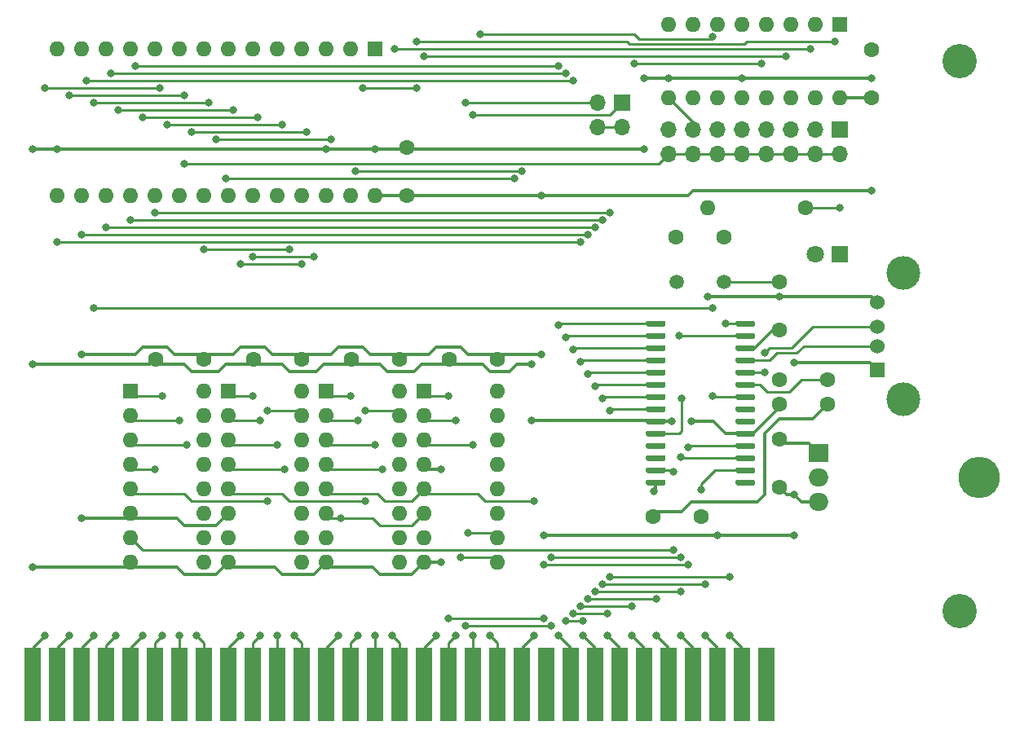
<source format=gbr>
G04 #@! TF.GenerationSoftware,KiCad,Pcbnew,(5.1.8)-1*
G04 #@! TF.CreationDate,2023-05-28T04:51:13-06:00*
G04 #@! TF.ProjectId,CH376S ISA,43483337-3653-4204-9953-412e6b696361,rev?*
G04 #@! TF.SameCoordinates,Original*
G04 #@! TF.FileFunction,Copper,L1,Top*
G04 #@! TF.FilePolarity,Positive*
%FSLAX46Y46*%
G04 Gerber Fmt 4.6, Leading zero omitted, Abs format (unit mm)*
G04 Created by KiCad (PCBNEW (5.1.8)-1) date 2023-05-28 04:51:13*
%MOMM*%
%LPD*%
G01*
G04 APERTURE LIST*
G04 #@! TA.AperFunction,ComponentPad*
%ADD10O,1.700000X1.700000*%
G04 #@! TD*
G04 #@! TA.AperFunction,ComponentPad*
%ADD11R,1.700000X1.700000*%
G04 #@! TD*
G04 #@! TA.AperFunction,ComponentPad*
%ADD12O,1.600000X1.600000*%
G04 #@! TD*
G04 #@! TA.AperFunction,ComponentPad*
%ADD13R,1.600000X1.600000*%
G04 #@! TD*
G04 #@! TA.AperFunction,ComponentPad*
%ADD14C,1.600000*%
G04 #@! TD*
G04 #@! TA.AperFunction,ComponentPad*
%ADD15C,3.556000*%
G04 #@! TD*
G04 #@! TA.AperFunction,ConnectorPad*
%ADD16R,1.780000X7.620000*%
G04 #@! TD*
G04 #@! TA.AperFunction,ComponentPad*
%ADD17O,2.000000X1.905000*%
G04 #@! TD*
G04 #@! TA.AperFunction,ComponentPad*
%ADD18R,2.000000X1.905000*%
G04 #@! TD*
G04 #@! TA.AperFunction,ComponentPad*
%ADD19O,4.318000X4.318000*%
G04 #@! TD*
G04 #@! TA.AperFunction,ComponentPad*
%ADD20C,1.524000*%
G04 #@! TD*
G04 #@! TA.AperFunction,ComponentPad*
%ADD21R,1.524000X1.524000*%
G04 #@! TD*
G04 #@! TA.AperFunction,ComponentPad*
%ADD22C,3.500000*%
G04 #@! TD*
G04 #@! TA.AperFunction,ComponentPad*
%ADD23C,1.500000*%
G04 #@! TD*
G04 #@! TA.AperFunction,ComponentPad*
%ADD24C,1.800000*%
G04 #@! TD*
G04 #@! TA.AperFunction,ComponentPad*
%ADD25R,1.800000X1.800000*%
G04 #@! TD*
G04 #@! TA.AperFunction,ViaPad*
%ADD26C,0.800000*%
G04 #@! TD*
G04 #@! TA.AperFunction,Conductor*
%ADD27C,0.330200*%
G04 #@! TD*
G04 #@! TA.AperFunction,Conductor*
%ADD28C,0.250000*%
G04 #@! TD*
G04 APERTURE END LIST*
D10*
G04 #@! TO.P,J3,4*
G04 #@! TO.N,/ROM_CS_E_D*
X160274000Y-91948000D03*
G04 #@! TO.P,J3,3*
G04 #@! TO.N,/ROM_CS_0XEX*
X160274000Y-89408000D03*
G04 #@! TO.P,J3,2*
G04 #@! TO.N,/ROM_CS_E_D*
X162814000Y-91948000D03*
D11*
G04 #@! TO.P,J3,1*
G04 #@! TO.N,/ROM_CS_0XDX*
X162814000Y-89408000D03*
G04 #@! TD*
D12*
G04 #@! TO.P,U15,16*
G04 #@! TO.N,/5+*
X119380000Y-119380000D03*
G04 #@! TO.P,U15,8*
G04 #@! TO.N,/GND*
X111760000Y-137160000D03*
G04 #@! TO.P,U15,15*
G04 #@! TO.N,Net-(U15-Pad15)*
X119380000Y-121920000D03*
G04 #@! TO.P,U15,7*
G04 #@! TO.N,/CH376CS*
X111760000Y-134620000D03*
G04 #@! TO.P,U15,14*
G04 #@! TO.N,Net-(U15-Pad14)*
X119380000Y-124460000D03*
G04 #@! TO.P,U15,6*
G04 #@! TO.N,/5+*
X111760000Y-132080000D03*
G04 #@! TO.P,U15,13*
G04 #@! TO.N,Net-(U15-Pad13)*
X119380000Y-127000000D03*
G04 #@! TO.P,U15,5*
G04 #@! TO.N,/IO_00XX*
X111760000Y-129540000D03*
G04 #@! TO.P,U15,12*
G04 #@! TO.N,Net-(U15-Pad12)*
X119380000Y-129540000D03*
G04 #@! TO.P,U15,4*
G04 #@! TO.N,/A4*
X111760000Y-127000000D03*
G04 #@! TO.P,U15,11*
G04 #@! TO.N,Net-(U15-Pad11)*
X119380000Y-132080000D03*
G04 #@! TO.P,U15,3*
G04 #@! TO.N,/A7*
X111760000Y-124460000D03*
G04 #@! TO.P,U15,10*
G04 #@! TO.N,Net-(U15-Pad10)*
X119380000Y-134620000D03*
G04 #@! TO.P,U15,2*
G04 #@! TO.N,/A6*
X111760000Y-121920000D03*
G04 #@! TO.P,U15,9*
G04 #@! TO.N,Net-(U15-Pad9)*
X119380000Y-137160000D03*
D13*
G04 #@! TO.P,U15,1*
G04 #@! TO.N,/A5*
X111760000Y-119380000D03*
G04 #@! TD*
D12*
G04 #@! TO.P,U14,16*
G04 #@! TO.N,/5+*
X129540000Y-119380000D03*
G04 #@! TO.P,U14,8*
G04 #@! TO.N,/GND*
X121920000Y-137160000D03*
G04 #@! TO.P,U14,15*
G04 #@! TO.N,/IO_00XX*
X129540000Y-121920000D03*
G04 #@! TO.P,U14,7*
G04 #@! TO.N,Net-(U14-Pad7)*
X121920000Y-134620000D03*
G04 #@! TO.P,U14,14*
G04 #@! TO.N,Net-(U14-Pad14)*
X129540000Y-124460000D03*
G04 #@! TO.P,U14,6*
G04 #@! TO.N,/5+*
X121920000Y-132080000D03*
G04 #@! TO.P,U14,13*
G04 #@! TO.N,/IO_02XX*
X129540000Y-127000000D03*
G04 #@! TO.P,U14,5*
G04 #@! TO.N,/IO_0XXX*
X121920000Y-129540000D03*
G04 #@! TO.P,U14,12*
G04 #@! TO.N,/IO_03XX*
X129540000Y-129540000D03*
G04 #@! TO.P,U14,4*
G04 #@! TO.N,/A11*
X121920000Y-127000000D03*
G04 #@! TO.P,U14,11*
G04 #@! TO.N,/IO_04XX*
X129540000Y-132080000D03*
G04 #@! TO.P,U14,3*
G04 #@! TO.N,/A10*
X121920000Y-124460000D03*
G04 #@! TO.P,U14,10*
G04 #@! TO.N,Net-(U14-Pad10)*
X129540000Y-134620000D03*
G04 #@! TO.P,U14,2*
G04 #@! TO.N,/A9*
X121920000Y-121920000D03*
G04 #@! TO.P,U14,9*
G04 #@! TO.N,Net-(U14-Pad9)*
X129540000Y-137160000D03*
D13*
G04 #@! TO.P,U14,1*
G04 #@! TO.N,/A8*
X121920000Y-119380000D03*
G04 #@! TD*
D12*
G04 #@! TO.P,U13,16*
G04 #@! TO.N,/5+*
X139700000Y-119380000D03*
G04 #@! TO.P,U13,8*
G04 #@! TO.N,/GND*
X132080000Y-137160000D03*
G04 #@! TO.P,U13,15*
G04 #@! TO.N,/IO_0XXX*
X139700000Y-121920000D03*
G04 #@! TO.P,U13,7*
G04 #@! TO.N,Net-(U13-Pad7)*
X132080000Y-134620000D03*
G04 #@! TO.P,U13,14*
G04 #@! TO.N,Net-(U13-Pad14)*
X139700000Y-124460000D03*
G04 #@! TO.P,U13,6*
G04 #@! TO.N,/REFQ*
X132080000Y-132080000D03*
G04 #@! TO.P,U13,13*
G04 #@! TO.N,Net-(U13-Pad13)*
X139700000Y-127000000D03*
G04 #@! TO.P,U13,5*
G04 #@! TO.N,/AEN*
X132080000Y-129540000D03*
G04 #@! TO.P,U13,12*
G04 #@! TO.N,Net-(U13-Pad12)*
X139700000Y-129540000D03*
G04 #@! TO.P,U13,4*
G04 #@! TO.N,/A15*
X132080000Y-127000000D03*
G04 #@! TO.P,U13,11*
G04 #@! TO.N,Net-(U13-Pad11)*
X139700000Y-132080000D03*
G04 #@! TO.P,U13,3*
G04 #@! TO.N,/A14*
X132080000Y-124460000D03*
G04 #@! TO.P,U13,10*
G04 #@! TO.N,Net-(U13-Pad10)*
X139700000Y-134620000D03*
G04 #@! TO.P,U13,2*
G04 #@! TO.N,/A13*
X132080000Y-121920000D03*
G04 #@! TO.P,U13,9*
G04 #@! TO.N,Net-(U13-Pad9)*
X139700000Y-137160000D03*
D13*
G04 #@! TO.P,U13,1*
G04 #@! TO.N,/A12*
X132080000Y-119380000D03*
G04 #@! TD*
D12*
G04 #@! TO.P,U5,16*
G04 #@! TO.N,/5+*
X185420000Y-88900000D03*
G04 #@! TO.P,U5,8*
G04 #@! TO.N,/GND*
X167640000Y-81280000D03*
G04 #@! TO.P,U5,15*
G04 #@! TO.N,/ROM_CS_0XE0*
X182880000Y-88900000D03*
G04 #@! TO.P,U5,7*
G04 #@! TO.N,/ROM_CS_0XEE*
X170180000Y-81280000D03*
G04 #@! TO.P,U5,14*
G04 #@! TO.N,/ROM_CS_0XE2*
X180340000Y-88900000D03*
G04 #@! TO.P,U5,6*
G04 #@! TO.N,/A19*
X172720000Y-81280000D03*
G04 #@! TO.P,U5,13*
G04 #@! TO.N,/ROM_CS_0XE4*
X177800000Y-88900000D03*
G04 #@! TO.P,U5,5*
G04 #@! TO.N,/GND*
X175260000Y-81280000D03*
G04 #@! TO.P,U5,12*
G04 #@! TO.N,/ROM_CS_0XE6*
X175260000Y-88900000D03*
G04 #@! TO.P,U5,4*
G04 #@! TO.N,/ROM_CS_E_D*
X177800000Y-81280000D03*
G04 #@! TO.P,U5,11*
G04 #@! TO.N,/ROM_CS_0XE8*
X172720000Y-88900000D03*
G04 #@! TO.P,U5,3*
G04 #@! TO.N,/A15*
X180340000Y-81280000D03*
G04 #@! TO.P,U5,10*
G04 #@! TO.N,/ROM_CS_0XEA*
X170180000Y-88900000D03*
G04 #@! TO.P,U5,2*
G04 #@! TO.N,/A14*
X182880000Y-81280000D03*
G04 #@! TO.P,U5,9*
G04 #@! TO.N,/ROM_CS_0XEC*
X167640000Y-88900000D03*
D13*
G04 #@! TO.P,U5,1*
G04 #@! TO.N,/A13*
X185420000Y-81280000D03*
G04 #@! TD*
D12*
G04 #@! TO.P,U4,16*
G04 #@! TO.N,/5+*
X149860000Y-119380000D03*
G04 #@! TO.P,U4,8*
G04 #@! TO.N,/GND*
X142240000Y-137160000D03*
G04 #@! TO.P,U4,15*
G04 #@! TO.N,Net-(U4-Pad15)*
X149860000Y-121920000D03*
G04 #@! TO.P,U4,7*
G04 #@! TO.N,Net-(U4-Pad7)*
X142240000Y-134620000D03*
G04 #@! TO.P,U4,14*
G04 #@! TO.N,Net-(U4-Pad14)*
X149860000Y-124460000D03*
G04 #@! TO.P,U4,6*
G04 #@! TO.N,/REFQ*
X142240000Y-132080000D03*
G04 #@! TO.P,U4,13*
G04 #@! TO.N,Net-(U4-Pad13)*
X149860000Y-127000000D03*
G04 #@! TO.P,U4,5*
G04 #@! TO.N,/AEN*
X142240000Y-129540000D03*
G04 #@! TO.P,U4,12*
G04 #@! TO.N,Net-(U4-Pad12)*
X149860000Y-129540000D03*
G04 #@! TO.P,U4,4*
G04 #@! TO.N,/GND*
X142240000Y-127000000D03*
G04 #@! TO.P,U4,11*
G04 #@! TO.N,Net-(U4-Pad11)*
X149860000Y-132080000D03*
G04 #@! TO.P,U4,3*
G04 #@! TO.N,/A18*
X142240000Y-124460000D03*
G04 #@! TO.P,U4,10*
G04 #@! TO.N,/ROM_CS_0XDX*
X149860000Y-134620000D03*
G04 #@! TO.P,U4,2*
G04 #@! TO.N,/A17*
X142240000Y-121920000D03*
G04 #@! TO.P,U4,9*
G04 #@! TO.N,/ROM_CS_0XEX*
X149860000Y-137160000D03*
D13*
G04 #@! TO.P,U4,1*
G04 #@! TO.N,/A16*
X142240000Y-119380000D03*
G04 #@! TD*
D12*
G04 #@! TO.P,U3,28*
G04 #@! TO.N,/5+*
X137160000Y-99060000D03*
G04 #@! TO.P,U3,14*
G04 #@! TO.N,/GND*
X104140000Y-83820000D03*
G04 #@! TO.P,U3,27*
G04 #@! TO.N,/MWR*
X134620000Y-99060000D03*
G04 #@! TO.P,U3,13*
G04 #@! TO.N,/D2*
X106680000Y-83820000D03*
G04 #@! TO.P,U3,26*
G04 #@! TO.N,/GND*
X132080000Y-99060000D03*
G04 #@! TO.P,U3,12*
G04 #@! TO.N,/D1*
X109220000Y-83820000D03*
G04 #@! TO.P,U3,25*
G04 #@! TO.N,/A8*
X129540000Y-99060000D03*
G04 #@! TO.P,U3,11*
G04 #@! TO.N,/D0*
X111760000Y-83820000D03*
G04 #@! TO.P,U3,24*
G04 #@! TO.N,/A9*
X127000000Y-99060000D03*
G04 #@! TO.P,U3,10*
G04 #@! TO.N,/A0*
X114300000Y-83820000D03*
G04 #@! TO.P,U3,23*
G04 #@! TO.N,/A11*
X124460000Y-99060000D03*
G04 #@! TO.P,U3,9*
G04 #@! TO.N,/A1*
X116840000Y-83820000D03*
G04 #@! TO.P,U3,22*
G04 #@! TO.N,/MRD*
X121920000Y-99060000D03*
G04 #@! TO.P,U3,8*
G04 #@! TO.N,/A2*
X119380000Y-83820000D03*
G04 #@! TO.P,U3,21*
G04 #@! TO.N,/A10*
X119380000Y-99060000D03*
G04 #@! TO.P,U3,7*
G04 #@! TO.N,/A3*
X121920000Y-83820000D03*
G04 #@! TO.P,U3,20*
G04 #@! TO.N,/ROM_CS*
X116840000Y-99060000D03*
G04 #@! TO.P,U3,6*
G04 #@! TO.N,/A4*
X124460000Y-83820000D03*
G04 #@! TO.P,U3,19*
G04 #@! TO.N,/D7*
X114300000Y-99060000D03*
G04 #@! TO.P,U3,5*
G04 #@! TO.N,/A5*
X127000000Y-83820000D03*
G04 #@! TO.P,U3,18*
G04 #@! TO.N,/D6*
X111760000Y-99060000D03*
G04 #@! TO.P,U3,4*
G04 #@! TO.N,/A6*
X129540000Y-83820000D03*
G04 #@! TO.P,U3,17*
G04 #@! TO.N,/D5*
X109220000Y-99060000D03*
G04 #@! TO.P,U3,3*
G04 #@! TO.N,/A7*
X132080000Y-83820000D03*
G04 #@! TO.P,U3,16*
G04 #@! TO.N,/D4*
X106680000Y-99060000D03*
G04 #@! TO.P,U3,2*
G04 #@! TO.N,/A12*
X134620000Y-83820000D03*
G04 #@! TO.P,U3,15*
G04 #@! TO.N,/D3*
X104140000Y-99060000D03*
D13*
G04 #@! TO.P,U3,1*
G04 #@! TO.N,/GND*
X137160000Y-83820000D03*
G04 #@! TD*
D10*
G04 #@! TO.P,J2,16*
G04 #@! TO.N,/ROM_CS*
X167640000Y-94742000D03*
G04 #@! TO.P,J2,15*
G04 #@! TO.N,/ROM_CS_0XEE*
X167640000Y-92202000D03*
G04 #@! TO.P,J2,14*
G04 #@! TO.N,/ROM_CS*
X170180000Y-94742000D03*
G04 #@! TO.P,J2,13*
G04 #@! TO.N,/ROM_CS_0XEC*
X170180000Y-92202000D03*
G04 #@! TO.P,J2,12*
G04 #@! TO.N,/ROM_CS*
X172720000Y-94742000D03*
G04 #@! TO.P,J2,11*
G04 #@! TO.N,/ROM_CS_0XEA*
X172720000Y-92202000D03*
G04 #@! TO.P,J2,10*
G04 #@! TO.N,/ROM_CS*
X175260000Y-94742000D03*
G04 #@! TO.P,J2,9*
G04 #@! TO.N,/ROM_CS_0XE8*
X175260000Y-92202000D03*
G04 #@! TO.P,J2,8*
G04 #@! TO.N,/ROM_CS*
X177800000Y-94742000D03*
G04 #@! TO.P,J2,7*
G04 #@! TO.N,/ROM_CS_0XE6*
X177800000Y-92202000D03*
G04 #@! TO.P,J2,6*
G04 #@! TO.N,/ROM_CS*
X180340000Y-94742000D03*
G04 #@! TO.P,J2,5*
G04 #@! TO.N,/ROM_CS_0XE4*
X180340000Y-92202000D03*
G04 #@! TO.P,J2,4*
G04 #@! TO.N,/ROM_CS*
X182880000Y-94742000D03*
G04 #@! TO.P,J2,3*
G04 #@! TO.N,/ROM_CS_0XE2*
X182880000Y-92202000D03*
G04 #@! TO.P,J2,2*
G04 #@! TO.N,/ROM_CS*
X185420000Y-94742000D03*
D11*
G04 #@! TO.P,J2,1*
G04 #@! TO.N,/ROM_CS_0XE0*
X185420000Y-92202000D03*
G04 #@! TD*
D14*
G04 #@! TO.P,C16,2*
G04 #@! TO.N,/5+*
X188722000Y-88900000D03*
G04 #@! TO.P,C16,1*
G04 #@! TO.N,/GND*
X188722000Y-83900000D03*
G04 #@! TD*
G04 #@! TO.P,C15,2*
G04 #@! TO.N,/5+*
X129540000Y-116078000D03*
G04 #@! TO.P,C15,1*
G04 #@! TO.N,/GND*
X124540000Y-116078000D03*
G04 #@! TD*
G04 #@! TO.P,C14,2*
G04 #@! TO.N,/5+*
X140462000Y-99060000D03*
G04 #@! TO.P,C14,1*
G04 #@! TO.N,/GND*
X140462000Y-94060000D03*
G04 #@! TD*
G04 #@! TO.P,C10,2*
G04 #@! TO.N,/5+*
X139700000Y-116078000D03*
G04 #@! TO.P,C10,1*
G04 #@! TO.N,/GND*
X134700000Y-116078000D03*
G04 #@! TD*
G04 #@! TO.P,C9,2*
G04 #@! TO.N,/5+*
X119380000Y-116078000D03*
G04 #@! TO.P,C9,1*
G04 #@! TO.N,/GND*
X114380000Y-116078000D03*
G04 #@! TD*
G04 #@! TO.P,C8,2*
G04 #@! TO.N,/5+*
X149860000Y-116078000D03*
G04 #@! TO.P,C8,1*
G04 #@! TO.N,/GND*
X144860000Y-116078000D03*
G04 #@! TD*
D15*
G04 #@! TO.P,R,1*
G04 #@! TO.N,N/C*
X197866000Y-85090000D03*
G04 #@! TD*
G04 #@! TO.P,R,1*
G04 #@! TO.N,N/C*
X197866000Y-142240000D03*
G04 #@! TD*
D16*
G04 #@! TO.P,J1,62*
G04 #@! TO.N,/A0*
X101600000Y-149860000D03*
G04 #@! TO.P,J1,61*
G04 #@! TO.N,/A1*
X104140000Y-149860000D03*
G04 #@! TO.P,J1,60*
G04 #@! TO.N,/A2*
X106680000Y-149860000D03*
G04 #@! TO.P,J1,59*
G04 #@! TO.N,/A3*
X109220000Y-149860000D03*
G04 #@! TO.P,J1,58*
G04 #@! TO.N,/A4*
X111760000Y-149860000D03*
G04 #@! TO.P,J1,57*
G04 #@! TO.N,/A5*
X114300000Y-149860000D03*
G04 #@! TO.P,J1,56*
G04 #@! TO.N,/A6*
X116840000Y-149860000D03*
G04 #@! TO.P,J1,55*
G04 #@! TO.N,/A7*
X119380000Y-149860000D03*
G04 #@! TO.P,J1,54*
G04 #@! TO.N,/A8*
X121920000Y-149860000D03*
G04 #@! TO.P,J1,53*
G04 #@! TO.N,/A9*
X124460000Y-149860000D03*
G04 #@! TO.P,J1,52*
G04 #@! TO.N,/A10*
X127000000Y-149860000D03*
G04 #@! TO.P,J1,51*
G04 #@! TO.N,/A11*
X129540000Y-149860000D03*
G04 #@! TO.P,J1,50*
G04 #@! TO.N,/A12*
X132080000Y-149860000D03*
G04 #@! TO.P,J1,49*
G04 #@! TO.N,/A13*
X134620000Y-149860000D03*
G04 #@! TO.P,J1,48*
G04 #@! TO.N,/A14*
X137160000Y-149860000D03*
G04 #@! TO.P,J1,47*
G04 #@! TO.N,/A15*
X139700000Y-149860000D03*
G04 #@! TO.P,J1,46*
G04 #@! TO.N,/A16*
X142240000Y-149860000D03*
G04 #@! TO.P,J1,45*
G04 #@! TO.N,/A17*
X144780000Y-149860000D03*
G04 #@! TO.P,J1,44*
G04 #@! TO.N,/A18*
X147320000Y-149860000D03*
G04 #@! TO.P,J1,43*
G04 #@! TO.N,/A19*
X149860000Y-149860000D03*
G04 #@! TO.P,J1,42*
G04 #@! TO.N,/AEN*
X152400000Y-149860000D03*
G04 #@! TO.P,J1,41*
G04 #@! TO.N,Net-(J1-Pad41)*
X154940000Y-149860000D03*
G04 #@! TO.P,J1,40*
G04 #@! TO.N,/D0*
X157480000Y-149860000D03*
G04 #@! TO.P,J1,39*
G04 #@! TO.N,/D1*
X160020000Y-149860000D03*
G04 #@! TO.P,J1,38*
G04 #@! TO.N,/D2*
X162560000Y-149860000D03*
G04 #@! TO.P,J1,37*
G04 #@! TO.N,/D3*
X165100000Y-149860000D03*
G04 #@! TO.P,J1,36*
G04 #@! TO.N,/D4*
X167640000Y-149860000D03*
G04 #@! TO.P,J1,35*
G04 #@! TO.N,/D5*
X170180000Y-149860000D03*
G04 #@! TO.P,J1,34*
G04 #@! TO.N,/D6*
X172720000Y-149860000D03*
G04 #@! TO.P,J1,33*
G04 #@! TO.N,/D7*
X175260000Y-149860000D03*
G04 #@! TO.P,J1,32*
G04 #@! TO.N,Net-(J1-Pad32)*
X177800000Y-149860000D03*
G04 #@! TD*
D17*
G04 #@! TO.P,U2,3*
G04 #@! TO.N,/5+*
X183197500Y-130873500D03*
G04 #@! TO.P,U2,2*
G04 #@! TO.N,/3v3*
X183197500Y-128333500D03*
D18*
G04 #@! TO.P,U2,1*
G04 #@! TO.N,/GND*
X183197500Y-125793500D03*
D19*
G04 #@! TO.P,U2,*
G04 #@! TO.N,*
X199857500Y-128333500D03*
G04 #@! TD*
D14*
G04 #@! TO.P,C5,2*
G04 #@! TO.N,/GND*
X179133500Y-113013500D03*
G04 #@! TO.P,C5,1*
G04 #@! TO.N,/XO*
X179133500Y-108013500D03*
G04 #@! TD*
G04 #@! TO.P,C4,2*
G04 #@! TO.N,/GND*
X173402000Y-103378000D03*
G04 #@! TO.P,C4,1*
G04 #@! TO.N,/XI*
X168402000Y-103378000D03*
G04 #@! TD*
G04 #@! TO.P,C2,2*
G04 #@! TO.N,/GND*
X179133500Y-118173500D03*
G04 #@! TO.P,C2,1*
G04 #@! TO.N,/PIN_9*
X184133500Y-118173500D03*
G04 #@! TD*
G04 #@! TO.P,C1,2*
G04 #@! TO.N,/RST*
X171005500Y-132397500D03*
G04 #@! TO.P,C1,1*
G04 #@! TO.N,/3v3*
X166005500Y-132397500D03*
G04 #@! TD*
D20*
G04 #@! TO.P,USB1,4*
G04 #@! TO.N,/GND*
X189293500Y-110157500D03*
G04 #@! TO.P,USB1,3*
G04 #@! TO.N,/D+*
X189293500Y-112657500D03*
G04 #@! TO.P,USB1,2*
G04 #@! TO.N,/D-*
X189293500Y-114657500D03*
D21*
G04 #@! TO.P,USB1,1*
G04 #@! TO.N,/5+*
X189293500Y-117157500D03*
D22*
G04 #@! TO.P,USB1,5*
G04 #@! TO.N,N/C*
X192003500Y-120227500D03*
X192003500Y-107087500D03*
G04 #@! TD*
D23*
G04 #@! TO.P,Y2,2*
G04 #@! TO.N,/XO*
X173365500Y-108013500D03*
G04 #@! TO.P,Y2,1*
G04 #@! TO.N,/XI*
X168465500Y-108013500D03*
G04 #@! TD*
G04 #@! TO.P,U1,28*
G04 #@! TO.N,/3v3*
G04 #@! TA.AperFunction,SMDPad,CuDef*
G36*
G01*
X167302500Y-128691500D02*
X167302500Y-128991500D01*
G75*
G02*
X167152500Y-129141500I-150000J0D01*
G01*
X165402500Y-129141500D01*
G75*
G02*
X165252500Y-128991500I0J150000D01*
G01*
X165252500Y-128691500D01*
G75*
G02*
X165402500Y-128541500I150000J0D01*
G01*
X167152500Y-128541500D01*
G75*
G02*
X167302500Y-128691500I0J-150000D01*
G01*
G37*
G04 #@! TD.AperFunction*
G04 #@! TO.P,U1,27*
G04 #@! TO.N,/CH376CS*
G04 #@! TA.AperFunction,SMDPad,CuDef*
G36*
G01*
X167302500Y-127421500D02*
X167302500Y-127721500D01*
G75*
G02*
X167152500Y-127871500I-150000J0D01*
G01*
X165402500Y-127871500D01*
G75*
G02*
X165252500Y-127721500I0J150000D01*
G01*
X165252500Y-127421500D01*
G75*
G02*
X165402500Y-127271500I150000J0D01*
G01*
X167152500Y-127271500D01*
G75*
G02*
X167302500Y-127421500I0J-150000D01*
G01*
G37*
G04 #@! TD.AperFunction*
G04 #@! TO.P,U1,26*
G04 #@! TO.N,Net-(U1-Pad26)*
G04 #@! TA.AperFunction,SMDPad,CuDef*
G36*
G01*
X167302500Y-126151500D02*
X167302500Y-126451500D01*
G75*
G02*
X167152500Y-126601500I-150000J0D01*
G01*
X165402500Y-126601500D01*
G75*
G02*
X165252500Y-126451500I0J150000D01*
G01*
X165252500Y-126151500D01*
G75*
G02*
X165402500Y-126001500I150000J0D01*
G01*
X167152500Y-126001500D01*
G75*
G02*
X167302500Y-126151500I0J-150000D01*
G01*
G37*
G04 #@! TD.AperFunction*
G04 #@! TO.P,U1,25*
G04 #@! TO.N,Net-(U1-Pad25)*
G04 #@! TA.AperFunction,SMDPad,CuDef*
G36*
G01*
X167302500Y-124881500D02*
X167302500Y-125181500D01*
G75*
G02*
X167152500Y-125331500I-150000J0D01*
G01*
X165402500Y-125331500D01*
G75*
G02*
X165252500Y-125181500I0J150000D01*
G01*
X165252500Y-124881500D01*
G75*
G02*
X165402500Y-124731500I150000J0D01*
G01*
X167152500Y-124731500D01*
G75*
G02*
X167302500Y-124881500I0J-150000D01*
G01*
G37*
G04 #@! TD.AperFunction*
G04 #@! TO.P,U1,24*
G04 #@! TO.N,/LED_PIN*
G04 #@! TA.AperFunction,SMDPad,CuDef*
G36*
G01*
X167302500Y-123611500D02*
X167302500Y-123911500D01*
G75*
G02*
X167152500Y-124061500I-150000J0D01*
G01*
X165402500Y-124061500D01*
G75*
G02*
X165252500Y-123911500I0J150000D01*
G01*
X165252500Y-123611500D01*
G75*
G02*
X165402500Y-123461500I150000J0D01*
G01*
X167152500Y-123461500D01*
G75*
G02*
X167302500Y-123611500I0J-150000D01*
G01*
G37*
G04 #@! TD.AperFunction*
G04 #@! TO.P,U1,23*
G04 #@! TO.N,/GND*
G04 #@! TA.AperFunction,SMDPad,CuDef*
G36*
G01*
X167302500Y-122341500D02*
X167302500Y-122641500D01*
G75*
G02*
X167152500Y-122791500I-150000J0D01*
G01*
X165402500Y-122791500D01*
G75*
G02*
X165252500Y-122641500I0J150000D01*
G01*
X165252500Y-122341500D01*
G75*
G02*
X165402500Y-122191500I150000J0D01*
G01*
X167152500Y-122191500D01*
G75*
G02*
X167302500Y-122341500I0J-150000D01*
G01*
G37*
G04 #@! TD.AperFunction*
G04 #@! TO.P,U1,22*
G04 #@! TO.N,/D7*
G04 #@! TA.AperFunction,SMDPad,CuDef*
G36*
G01*
X167302500Y-121071500D02*
X167302500Y-121371500D01*
G75*
G02*
X167152500Y-121521500I-150000J0D01*
G01*
X165402500Y-121521500D01*
G75*
G02*
X165252500Y-121371500I0J150000D01*
G01*
X165252500Y-121071500D01*
G75*
G02*
X165402500Y-120921500I150000J0D01*
G01*
X167152500Y-120921500D01*
G75*
G02*
X167302500Y-121071500I0J-150000D01*
G01*
G37*
G04 #@! TD.AperFunction*
G04 #@! TO.P,U1,21*
G04 #@! TO.N,/D6*
G04 #@! TA.AperFunction,SMDPad,CuDef*
G36*
G01*
X167302500Y-119801500D02*
X167302500Y-120101500D01*
G75*
G02*
X167152500Y-120251500I-150000J0D01*
G01*
X165402500Y-120251500D01*
G75*
G02*
X165252500Y-120101500I0J150000D01*
G01*
X165252500Y-119801500D01*
G75*
G02*
X165402500Y-119651500I150000J0D01*
G01*
X167152500Y-119651500D01*
G75*
G02*
X167302500Y-119801500I0J-150000D01*
G01*
G37*
G04 #@! TD.AperFunction*
G04 #@! TO.P,U1,20*
G04 #@! TO.N,/D5*
G04 #@! TA.AperFunction,SMDPad,CuDef*
G36*
G01*
X167302500Y-118531500D02*
X167302500Y-118831500D01*
G75*
G02*
X167152500Y-118981500I-150000J0D01*
G01*
X165402500Y-118981500D01*
G75*
G02*
X165252500Y-118831500I0J150000D01*
G01*
X165252500Y-118531500D01*
G75*
G02*
X165402500Y-118381500I150000J0D01*
G01*
X167152500Y-118381500D01*
G75*
G02*
X167302500Y-118531500I0J-150000D01*
G01*
G37*
G04 #@! TD.AperFunction*
G04 #@! TO.P,U1,19*
G04 #@! TO.N,/D4*
G04 #@! TA.AperFunction,SMDPad,CuDef*
G36*
G01*
X167302500Y-117261500D02*
X167302500Y-117561500D01*
G75*
G02*
X167152500Y-117711500I-150000J0D01*
G01*
X165402500Y-117711500D01*
G75*
G02*
X165252500Y-117561500I0J150000D01*
G01*
X165252500Y-117261500D01*
G75*
G02*
X165402500Y-117111500I150000J0D01*
G01*
X167152500Y-117111500D01*
G75*
G02*
X167302500Y-117261500I0J-150000D01*
G01*
G37*
G04 #@! TD.AperFunction*
G04 #@! TO.P,U1,18*
G04 #@! TO.N,/D3*
G04 #@! TA.AperFunction,SMDPad,CuDef*
G36*
G01*
X167302500Y-115991500D02*
X167302500Y-116291500D01*
G75*
G02*
X167152500Y-116441500I-150000J0D01*
G01*
X165402500Y-116441500D01*
G75*
G02*
X165252500Y-116291500I0J150000D01*
G01*
X165252500Y-115991500D01*
G75*
G02*
X165402500Y-115841500I150000J0D01*
G01*
X167152500Y-115841500D01*
G75*
G02*
X167302500Y-115991500I0J-150000D01*
G01*
G37*
G04 #@! TD.AperFunction*
G04 #@! TO.P,U1,17*
G04 #@! TO.N,/D2*
G04 #@! TA.AperFunction,SMDPad,CuDef*
G36*
G01*
X167302500Y-114721500D02*
X167302500Y-115021500D01*
G75*
G02*
X167152500Y-115171500I-150000J0D01*
G01*
X165402500Y-115171500D01*
G75*
G02*
X165252500Y-115021500I0J150000D01*
G01*
X165252500Y-114721500D01*
G75*
G02*
X165402500Y-114571500I150000J0D01*
G01*
X167152500Y-114571500D01*
G75*
G02*
X167302500Y-114721500I0J-150000D01*
G01*
G37*
G04 #@! TD.AperFunction*
G04 #@! TO.P,U1,16*
G04 #@! TO.N,/D1*
G04 #@! TA.AperFunction,SMDPad,CuDef*
G36*
G01*
X167302500Y-113451500D02*
X167302500Y-113751500D01*
G75*
G02*
X167152500Y-113901500I-150000J0D01*
G01*
X165402500Y-113901500D01*
G75*
G02*
X165252500Y-113751500I0J150000D01*
G01*
X165252500Y-113451500D01*
G75*
G02*
X165402500Y-113301500I150000J0D01*
G01*
X167152500Y-113301500D01*
G75*
G02*
X167302500Y-113451500I0J-150000D01*
G01*
G37*
G04 #@! TD.AperFunction*
G04 #@! TO.P,U1,15*
G04 #@! TO.N,/D0*
G04 #@! TA.AperFunction,SMDPad,CuDef*
G36*
G01*
X167302500Y-112181500D02*
X167302500Y-112481500D01*
G75*
G02*
X167152500Y-112631500I-150000J0D01*
G01*
X165402500Y-112631500D01*
G75*
G02*
X165252500Y-112481500I0J150000D01*
G01*
X165252500Y-112181500D01*
G75*
G02*
X165402500Y-112031500I150000J0D01*
G01*
X167152500Y-112031500D01*
G75*
G02*
X167302500Y-112181500I0J-150000D01*
G01*
G37*
G04 #@! TD.AperFunction*
G04 #@! TO.P,U1,14*
G04 #@! TO.N,/XO*
G04 #@! TA.AperFunction,SMDPad,CuDef*
G36*
G01*
X176602500Y-112181500D02*
X176602500Y-112481500D01*
G75*
G02*
X176452500Y-112631500I-150000J0D01*
G01*
X174702500Y-112631500D01*
G75*
G02*
X174552500Y-112481500I0J150000D01*
G01*
X174552500Y-112181500D01*
G75*
G02*
X174702500Y-112031500I150000J0D01*
G01*
X176452500Y-112031500D01*
G75*
G02*
X176602500Y-112181500I0J-150000D01*
G01*
G37*
G04 #@! TD.AperFunction*
G04 #@! TO.P,U1,13*
G04 #@! TO.N,/XI*
G04 #@! TA.AperFunction,SMDPad,CuDef*
G36*
G01*
X176602500Y-113451500D02*
X176602500Y-113751500D01*
G75*
G02*
X176452500Y-113901500I-150000J0D01*
G01*
X174702500Y-113901500D01*
G75*
G02*
X174552500Y-113751500I0J150000D01*
G01*
X174552500Y-113451500D01*
G75*
G02*
X174702500Y-113301500I150000J0D01*
G01*
X176452500Y-113301500D01*
G75*
G02*
X176602500Y-113451500I0J-150000D01*
G01*
G37*
G04 #@! TD.AperFunction*
G04 #@! TO.P,U1,12*
G04 #@! TO.N,/GND*
G04 #@! TA.AperFunction,SMDPad,CuDef*
G36*
G01*
X176602500Y-114721500D02*
X176602500Y-115021500D01*
G75*
G02*
X176452500Y-115171500I-150000J0D01*
G01*
X174702500Y-115171500D01*
G75*
G02*
X174552500Y-115021500I0J150000D01*
G01*
X174552500Y-114721500D01*
G75*
G02*
X174702500Y-114571500I150000J0D01*
G01*
X176452500Y-114571500D01*
G75*
G02*
X176602500Y-114721500I0J-150000D01*
G01*
G37*
G04 #@! TD.AperFunction*
G04 #@! TO.P,U1,11*
G04 #@! TO.N,/D-*
G04 #@! TA.AperFunction,SMDPad,CuDef*
G36*
G01*
X176602500Y-115991500D02*
X176602500Y-116291500D01*
G75*
G02*
X176452500Y-116441500I-150000J0D01*
G01*
X174702500Y-116441500D01*
G75*
G02*
X174552500Y-116291500I0J150000D01*
G01*
X174552500Y-115991500D01*
G75*
G02*
X174702500Y-115841500I150000J0D01*
G01*
X176452500Y-115841500D01*
G75*
G02*
X176602500Y-115991500I0J-150000D01*
G01*
G37*
G04 #@! TD.AperFunction*
G04 #@! TO.P,U1,10*
G04 #@! TO.N,/D+*
G04 #@! TA.AperFunction,SMDPad,CuDef*
G36*
G01*
X176602500Y-117261500D02*
X176602500Y-117561500D01*
G75*
G02*
X176452500Y-117711500I-150000J0D01*
G01*
X174702500Y-117711500D01*
G75*
G02*
X174552500Y-117561500I0J150000D01*
G01*
X174552500Y-117261500D01*
G75*
G02*
X174702500Y-117111500I150000J0D01*
G01*
X176452500Y-117111500D01*
G75*
G02*
X176602500Y-117261500I0J-150000D01*
G01*
G37*
G04 #@! TD.AperFunction*
G04 #@! TO.P,U1,9*
G04 #@! TO.N,/PIN_9*
G04 #@! TA.AperFunction,SMDPad,CuDef*
G36*
G01*
X176602500Y-118531500D02*
X176602500Y-118831500D01*
G75*
G02*
X176452500Y-118981500I-150000J0D01*
G01*
X174702500Y-118981500D01*
G75*
G02*
X174552500Y-118831500I0J150000D01*
G01*
X174552500Y-118531500D01*
G75*
G02*
X174702500Y-118381500I150000J0D01*
G01*
X176452500Y-118381500D01*
G75*
G02*
X176602500Y-118531500I0J-150000D01*
G01*
G37*
G04 #@! TD.AperFunction*
G04 #@! TO.P,U1,8*
G04 #@! TO.N,/A2*
G04 #@! TA.AperFunction,SMDPad,CuDef*
G36*
G01*
X176602500Y-119801500D02*
X176602500Y-120101500D01*
G75*
G02*
X176452500Y-120251500I-150000J0D01*
G01*
X174702500Y-120251500D01*
G75*
G02*
X174552500Y-120101500I0J150000D01*
G01*
X174552500Y-119801500D01*
G75*
G02*
X174702500Y-119651500I150000J0D01*
G01*
X176452500Y-119651500D01*
G75*
G02*
X176602500Y-119801500I0J-150000D01*
G01*
G37*
G04 #@! TD.AperFunction*
G04 #@! TO.P,U1,7*
G04 #@! TO.N,Net-(U1-Pad7)*
G04 #@! TA.AperFunction,SMDPad,CuDef*
G36*
G01*
X176602500Y-121071500D02*
X176602500Y-121371500D01*
G75*
G02*
X176452500Y-121521500I-150000J0D01*
G01*
X174702500Y-121521500D01*
G75*
G02*
X174552500Y-121371500I0J150000D01*
G01*
X174552500Y-121071500D01*
G75*
G02*
X174702500Y-120921500I150000J0D01*
G01*
X176452500Y-120921500D01*
G75*
G02*
X176602500Y-121071500I0J-150000D01*
G01*
G37*
G04 #@! TD.AperFunction*
G04 #@! TO.P,U1,6*
G04 #@! TO.N,Net-(U1-Pad6)*
G04 #@! TA.AperFunction,SMDPad,CuDef*
G36*
G01*
X176602500Y-122341500D02*
X176602500Y-122641500D01*
G75*
G02*
X176452500Y-122791500I-150000J0D01*
G01*
X174702500Y-122791500D01*
G75*
G02*
X174552500Y-122641500I0J150000D01*
G01*
X174552500Y-122341500D01*
G75*
G02*
X174702500Y-122191500I150000J0D01*
G01*
X176452500Y-122191500D01*
G75*
G02*
X176602500Y-122341500I0J-150000D01*
G01*
G37*
G04 #@! TD.AperFunction*
G04 #@! TO.P,U1,5*
G04 #@! TO.N,/GND*
G04 #@! TA.AperFunction,SMDPad,CuDef*
G36*
G01*
X176602500Y-123611500D02*
X176602500Y-123911500D01*
G75*
G02*
X176452500Y-124061500I-150000J0D01*
G01*
X174702500Y-124061500D01*
G75*
G02*
X174552500Y-123911500I0J150000D01*
G01*
X174552500Y-123611500D01*
G75*
G02*
X174702500Y-123461500I150000J0D01*
G01*
X176452500Y-123461500D01*
G75*
G02*
X176602500Y-123611500I0J-150000D01*
G01*
G37*
G04 #@! TD.AperFunction*
G04 #@! TO.P,U1,4*
G04 #@! TO.N,/IORD*
G04 #@! TA.AperFunction,SMDPad,CuDef*
G36*
G01*
X176602500Y-124881500D02*
X176602500Y-125181500D01*
G75*
G02*
X176452500Y-125331500I-150000J0D01*
G01*
X174702500Y-125331500D01*
G75*
G02*
X174552500Y-125181500I0J150000D01*
G01*
X174552500Y-124881500D01*
G75*
G02*
X174702500Y-124731500I150000J0D01*
G01*
X176452500Y-124731500D01*
G75*
G02*
X176602500Y-124881500I0J-150000D01*
G01*
G37*
G04 #@! TD.AperFunction*
G04 #@! TO.P,U1,3*
G04 #@! TO.N,/IOWR*
G04 #@! TA.AperFunction,SMDPad,CuDef*
G36*
G01*
X176602500Y-126151500D02*
X176602500Y-126451500D01*
G75*
G02*
X176452500Y-126601500I-150000J0D01*
G01*
X174702500Y-126601500D01*
G75*
G02*
X174552500Y-126451500I0J150000D01*
G01*
X174552500Y-126151500D01*
G75*
G02*
X174702500Y-126001500I150000J0D01*
G01*
X176452500Y-126001500D01*
G75*
G02*
X176602500Y-126151500I0J-150000D01*
G01*
G37*
G04 #@! TD.AperFunction*
G04 #@! TO.P,U1,2*
G04 #@! TO.N,/RST*
G04 #@! TA.AperFunction,SMDPad,CuDef*
G36*
G01*
X176602500Y-127421500D02*
X176602500Y-127721500D01*
G75*
G02*
X176452500Y-127871500I-150000J0D01*
G01*
X174702500Y-127871500D01*
G75*
G02*
X174552500Y-127721500I0J150000D01*
G01*
X174552500Y-127421500D01*
G75*
G02*
X174702500Y-127271500I150000J0D01*
G01*
X176452500Y-127271500D01*
G75*
G02*
X176602500Y-127421500I0J-150000D01*
G01*
G37*
G04 #@! TD.AperFunction*
G04 #@! TO.P,U1,1*
G04 #@! TO.N,/INT*
G04 #@! TA.AperFunction,SMDPad,CuDef*
G36*
G01*
X176602500Y-128691500D02*
X176602500Y-128991500D01*
G75*
G02*
X176452500Y-129141500I-150000J0D01*
G01*
X174702500Y-129141500D01*
G75*
G02*
X174552500Y-128991500I0J150000D01*
G01*
X174552500Y-128691500D01*
G75*
G02*
X174702500Y-128541500I150000J0D01*
G01*
X176452500Y-128541500D01*
G75*
G02*
X176602500Y-128691500I0J-150000D01*
G01*
G37*
G04 #@! TD.AperFunction*
G04 #@! TD*
D12*
G04 #@! TO.P,R2,2*
G04 #@! TO.N,/LED_PIN*
X171704000Y-100330000D03*
D14*
G04 #@! TO.P,R2,1*
G04 #@! TO.N,/LED*
X181864000Y-100330000D03*
G04 #@! TD*
D24*
G04 #@! TO.P,D1,2*
G04 #@! TO.N,/3v3*
X182880000Y-105156000D03*
D25*
G04 #@! TO.P,D1,1*
G04 #@! TO.N,/LED*
X185420000Y-105156000D03*
G04 #@! TD*
D14*
G04 #@! TO.P,C7,2*
G04 #@! TO.N,/GND*
X179133500Y-120713500D03*
G04 #@! TO.P,C7,1*
G04 #@! TO.N,/3v3*
X184133500Y-120713500D03*
G04 #@! TD*
G04 #@! TO.P,C6,2*
G04 #@! TO.N,/GND*
X179133500Y-124349500D03*
G04 #@! TO.P,C6,1*
G04 #@! TO.N,/5+*
X179133500Y-129349500D03*
G04 #@! TD*
D26*
G04 #@! TO.N,/3v3*
X166116000Y-129794000D03*
G04 #@! TO.N,/LED_PIN*
X168973500Y-120078500D03*
G04 #@! TO.N,/GND*
X179133500Y-109537500D03*
X167957500Y-122491488D03*
X169989512Y-122491488D03*
X171640500Y-109537500D03*
X101600000Y-137668000D03*
X153416000Y-122428000D03*
X153416000Y-116586000D03*
X104140000Y-94234000D03*
X137160000Y-94234000D03*
X132080000Y-94234000D03*
X101600000Y-94234000D03*
X101600000Y-116586000D03*
X188722000Y-86868000D03*
X167640000Y-86868000D03*
X175260000Y-86868000D03*
X165100000Y-94234000D03*
X165100000Y-86868000D03*
X144018000Y-137160000D03*
X144018000Y-127508000D03*
G04 #@! TO.N,/D7*
X173990000Y-144780000D03*
X173990000Y-138684000D03*
X161544000Y-138684000D03*
X161544000Y-121412000D03*
X114300000Y-100838000D03*
X161544000Y-100838000D03*
G04 #@! TO.N,/D6*
X171450000Y-144780000D03*
X171450000Y-139446000D03*
X160782000Y-139446000D03*
X160782000Y-120142000D03*
X111760000Y-101600000D03*
X160782000Y-101600000D03*
G04 #@! TO.N,/D5*
X168910000Y-144780000D03*
X168910000Y-140208000D03*
X160020000Y-140208000D03*
X160020000Y-118872000D03*
X109220000Y-102362000D03*
X160020000Y-102362000D03*
G04 #@! TO.N,/D4*
X166370000Y-144780000D03*
X166370000Y-140970000D03*
X159258000Y-140970000D03*
X159258000Y-117602000D03*
X106680000Y-103124000D03*
X159258000Y-103124000D03*
G04 #@! TO.N,/D3*
X163830000Y-144780000D03*
X163830000Y-141732000D03*
X158496000Y-141732000D03*
X158496000Y-116332000D03*
X104140000Y-103886000D03*
X158496000Y-103886000D03*
G04 #@! TO.N,/D2*
X161290000Y-144780000D03*
X161290000Y-142494000D03*
X157734000Y-142494000D03*
X157734000Y-115062000D03*
X107188000Y-87122000D03*
X157734000Y-87122000D03*
G04 #@! TO.N,/D1*
X158750000Y-144780000D03*
X158750000Y-143256000D03*
X156972000Y-143256000D03*
X156972000Y-113792000D03*
X109728000Y-86360000D03*
X156972000Y-86360000D03*
G04 #@! TO.N,/D0*
X156210000Y-144780000D03*
X156210000Y-112522000D03*
X112268000Y-85598000D03*
X156210000Y-85598000D03*
G04 #@! TO.N,/D+*
X177609500Y-117411500D03*
X177609500Y-115379500D03*
G04 #@! TO.N,/A0*
X102870000Y-144780000D03*
X114808000Y-87884000D03*
X102870000Y-87884000D03*
G04 #@! TO.N,/5+*
X180657500Y-130111500D03*
X180657500Y-116395500D03*
X106680000Y-115570000D03*
X106680000Y-132588000D03*
X180657500Y-134302500D03*
X172720000Y-134366000D03*
X154686000Y-134366000D03*
X154432000Y-115570000D03*
X154432000Y-99060000D03*
X188722000Y-98552000D03*
G04 #@! TO.N,/LED*
X185420000Y-100330000D03*
G04 #@! TO.N,/XO*
X173545500Y-112331500D03*
G04 #@! TO.N,/XI*
X168719500Y-113601500D03*
G04 #@! TO.N,/RST*
X171005500Y-129603500D03*
G04 #@! TO.N,/A1*
X105410000Y-144780000D03*
X117348000Y-88646000D03*
X105410000Y-88646000D03*
G04 #@! TO.N,/A2*
X107950000Y-144780000D03*
X107950000Y-89408000D03*
X119888006Y-89408000D03*
X172212000Y-119888000D03*
X172212000Y-110744000D03*
X107950000Y-110744000D03*
G04 #@! TO.N,/A3*
X110236000Y-144780000D03*
X110490000Y-90170000D03*
X122428010Y-90170000D03*
G04 #@! TO.N,/A4*
X113030000Y-144780000D03*
X114300000Y-127508000D03*
X113030000Y-90932000D03*
X124968006Y-90932000D03*
G04 #@! TO.N,/A5*
X115062000Y-144780000D03*
X115062000Y-119888000D03*
X115570000Y-91694000D03*
X127508000Y-91694000D03*
G04 #@! TO.N,/A6*
X116840000Y-144780000D03*
X116840000Y-122428000D03*
X118110000Y-92456006D03*
X130048000Y-92456000D03*
G04 #@! TO.N,/A7*
X118618000Y-144780000D03*
X117602000Y-124968000D03*
X120650010Y-93218000D03*
X132588000Y-93218000D03*
G04 #@! TO.N,/A8*
X123190000Y-144780000D03*
X124460000Y-119888000D03*
X129540000Y-106172000D03*
X123190000Y-106172000D03*
G04 #@! TO.N,/A9*
X125222000Y-144780000D03*
X125222000Y-122428000D03*
G04 #@! TO.N,/A10*
X127000000Y-144780000D03*
X127000000Y-124968000D03*
X119380000Y-104648000D03*
X128270000Y-104648000D03*
G04 #@! TO.N,/A11*
X128778000Y-144780000D03*
X127762000Y-127508000D03*
X124460000Y-105410000D03*
X130810000Y-105410000D03*
G04 #@! TO.N,/A12*
X133350000Y-144780000D03*
X134620000Y-119888000D03*
G04 #@! TO.N,/A13*
X135382000Y-144780000D03*
X135382000Y-122428000D03*
X135890000Y-87884000D03*
X141478000Y-87884000D03*
X184912000Y-83058000D03*
X141478000Y-83058000D03*
G04 #@! TO.N,/A14*
X137160000Y-144780000D03*
X137160000Y-124968000D03*
X182372000Y-83820000D03*
X139192000Y-83820000D03*
G04 #@! TO.N,/A15*
X138938000Y-144780000D03*
X137922000Y-127508000D03*
X179832000Y-84582000D03*
X142240000Y-84582000D03*
G04 #@! TO.N,/A16*
X143510000Y-144780000D03*
X144780000Y-119888000D03*
G04 #@! TO.N,/A17*
X145542000Y-144780000D03*
X145542000Y-122428000D03*
G04 #@! TO.N,/A18*
X147320000Y-144780000D03*
X147320000Y-124968000D03*
G04 #@! TO.N,/A19*
X149098000Y-144780000D03*
X172212000Y-82550000D03*
X148082000Y-82296000D03*
G04 #@! TO.N,/MRD*
X151638000Y-97282000D03*
X121666000Y-97282000D03*
G04 #@! TO.N,/MWR*
X152400000Y-96520000D03*
X135128000Y-96520000D03*
G04 #@! TO.N,/IORD*
X169672008Y-125222000D03*
X144780000Y-143002000D03*
X154686000Y-143002000D03*
X154686000Y-137414000D03*
X169672000Y-137414000D03*
G04 #@! TO.N,/IOWR*
X168910000Y-126238000D03*
X146558000Y-143764000D03*
X155448000Y-143764000D03*
X155448000Y-136652000D03*
X168910000Y-136652000D03*
G04 #@! TO.N,/IO_0XXX*
X136144000Y-130810000D03*
X136144000Y-121412000D03*
G04 #@! TO.N,/IO_00XX*
X125984000Y-130810000D03*
X125984000Y-121412000D03*
G04 #@! TO.N,/CH376CS*
X168148000Y-127762000D03*
X168148008Y-135890000D03*
G04 #@! TO.N,/REFQ*
X133604000Y-132588000D03*
G04 #@! TO.N,/ROM_CS*
X117348000Y-95758000D03*
G04 #@! TO.N,/ROM_CS_0XEX*
X146050000Y-136652000D03*
X146558000Y-89408000D03*
G04 #@! TO.N,/AEN*
X153670000Y-144780000D03*
X153670000Y-130810000D03*
G04 #@! TO.N,/ROM_CS_E_D*
X177292000Y-85344000D03*
X164084000Y-85344000D03*
G04 #@! TO.N,/ROM_CS_0XDX*
X146812000Y-134112000D03*
X147320000Y-90678000D03*
G04 #@! TD*
D27*
G04 #@! TO.N,/3v3*
X166005500Y-132397500D02*
X165925500Y-132397500D01*
X166513500Y-131889500D02*
X166005500Y-132397500D01*
X168973500Y-131889500D02*
X166513500Y-131889500D01*
X169989500Y-130873500D02*
X168973500Y-131889500D01*
X176847500Y-130873500D02*
X169989500Y-130873500D01*
X177609500Y-130111500D02*
X176847500Y-130873500D01*
X179133486Y-122237514D02*
X177609500Y-123761500D01*
X182609486Y-122237514D02*
X179133486Y-122237514D01*
X177609500Y-123761500D02*
X177609500Y-130111500D01*
X184133500Y-120713500D02*
X182609486Y-122237514D01*
X166277500Y-129632500D02*
X166116000Y-129794000D01*
X166277500Y-128841500D02*
X166277500Y-129632500D01*
D28*
G04 #@! TO.N,/LED_PIN*
X168719500Y-123761500D02*
X168973500Y-123507500D01*
X166277500Y-123761500D02*
X168719500Y-123761500D01*
X168973500Y-123507500D02*
X168973500Y-120078500D01*
D27*
G04 #@! TO.N,/GND*
X179133500Y-124349500D02*
X179133500Y-124523500D01*
X179133500Y-124523500D02*
X179387500Y-124777500D01*
X182181500Y-124777500D02*
X183197500Y-125793500D01*
X179387500Y-124777500D02*
X182181500Y-124777500D01*
X178451500Y-113013500D02*
X179133500Y-113013500D01*
X176593500Y-114871500D02*
X178451500Y-113013500D01*
X175577500Y-114871500D02*
X176593500Y-114871500D01*
X188673500Y-109537500D02*
X179133500Y-109537500D01*
X189293500Y-110157500D02*
X188673500Y-109537500D01*
X179133500Y-109537500D02*
X171640500Y-109537500D01*
X179133500Y-121053884D02*
X179133500Y-120713500D01*
X176425884Y-123761500D02*
X179133500Y-121053884D01*
X175577500Y-123761500D02*
X176425884Y-123761500D01*
X175577500Y-123761500D02*
X173545500Y-123761500D01*
X167957488Y-122491500D02*
X167957500Y-122491488D01*
X166277500Y-122491500D02*
X167957488Y-122491500D01*
X173545500Y-123761500D02*
X172275488Y-122491488D01*
X172275488Y-122491488D02*
X169989512Y-122491488D01*
X135208000Y-116586000D02*
X134700000Y-116078000D01*
X137668000Y-116586000D02*
X135208000Y-116586000D01*
X138430000Y-117348000D02*
X137668000Y-116586000D01*
X141224000Y-117348000D02*
X138430000Y-117348000D01*
X141986000Y-116586000D02*
X141224000Y-117348000D01*
X144860000Y-116252000D02*
X144526000Y-116586000D01*
X144526000Y-116586000D02*
X141986000Y-116586000D01*
X144860000Y-116078000D02*
X144860000Y-116252000D01*
X127508000Y-116586000D02*
X125048000Y-116586000D01*
X128270000Y-117348000D02*
X127508000Y-116586000D01*
X131064000Y-117348000D02*
X128270000Y-117348000D01*
X125048000Y-116586000D02*
X124540000Y-116078000D01*
X131826000Y-116586000D02*
X131064000Y-117348000D01*
X134700000Y-116252000D02*
X134366000Y-116586000D01*
X134700000Y-116078000D02*
X134700000Y-116252000D01*
X134366000Y-116586000D02*
X131826000Y-116586000D01*
X124540000Y-116078000D02*
X124540000Y-116252000D01*
X121666000Y-116586000D02*
X120904000Y-117348000D01*
X124540000Y-116252000D02*
X124206000Y-116586000D01*
X120904000Y-117348000D02*
X118110000Y-117348000D01*
X124206000Y-116586000D02*
X121666000Y-116586000D01*
X114888000Y-116586000D02*
X114380000Y-116078000D01*
X117348000Y-116586000D02*
X114888000Y-116586000D01*
X118110000Y-117348000D02*
X117348000Y-116586000D01*
X114380000Y-116078000D02*
X114380000Y-116252000D01*
X116586000Y-137668000D02*
X117348000Y-138430000D01*
X112268000Y-137668000D02*
X116586000Y-137668000D01*
X111760000Y-137160000D02*
X112268000Y-137668000D01*
X117348000Y-138430000D02*
X120650000Y-138430000D01*
X120650000Y-138430000D02*
X121920000Y-137160000D01*
X130810000Y-138430000D02*
X132080000Y-137160000D01*
X122428000Y-137668000D02*
X126746000Y-137668000D01*
X121920000Y-137160000D02*
X122428000Y-137668000D01*
X126746000Y-137668000D02*
X127508000Y-138430000D01*
X127508000Y-138430000D02*
X130810000Y-138430000D01*
X136906000Y-137668000D02*
X137668000Y-138430000D01*
X132080000Y-137160000D02*
X132588000Y-137668000D01*
X132588000Y-137668000D02*
X136906000Y-137668000D01*
X137668000Y-138430000D02*
X140970000Y-138430000D01*
X140970000Y-138430000D02*
X142240000Y-137160000D01*
X111252000Y-137668000D02*
X111760000Y-137160000D01*
X101600000Y-137668000D02*
X111252000Y-137668000D01*
X166214000Y-122428000D02*
X153416000Y-122428000D01*
X166277500Y-122491500D02*
X166214000Y-122428000D01*
X153416000Y-116586000D02*
X151892000Y-116586000D01*
X151892000Y-116586000D02*
X151130000Y-117348000D01*
X151130000Y-117348000D02*
X149098000Y-117348000D01*
X149098000Y-117348000D02*
X148336000Y-116586000D01*
X145368000Y-116586000D02*
X144860000Y-116078000D01*
X148336000Y-116586000D02*
X145368000Y-116586000D01*
X140462000Y-94060000D02*
X140128000Y-94060000D01*
X140128000Y-94060000D02*
X139954000Y-94234000D01*
X139954000Y-94234000D02*
X104140000Y-94234000D01*
X104140000Y-94234000D02*
X101600000Y-94234000D01*
X114380000Y-116078000D02*
X114300000Y-116078000D01*
X114300000Y-116078000D02*
X113792000Y-116586000D01*
X113792000Y-116586000D02*
X101600000Y-116586000D01*
X140636000Y-94234000D02*
X165100000Y-94234000D01*
X140462000Y-94060000D02*
X140636000Y-94234000D01*
X167640000Y-86868000D02*
X165100000Y-86868000D01*
X188722000Y-86868000D02*
X175260000Y-86868000D01*
X167640000Y-86868000D02*
X175260000Y-86868000D01*
X142240000Y-137160000D02*
X144018000Y-137160000D01*
X142748000Y-127508000D02*
X142240000Y-127000000D01*
X144018000Y-127508000D02*
X142748000Y-127508000D01*
D28*
G04 #@! TO.N,/D7*
X175260000Y-149860000D02*
X175260000Y-146050000D01*
X175260000Y-146050000D02*
X173990000Y-144780000D01*
X173990000Y-138684000D02*
X161544000Y-138684000D01*
X161734500Y-121221500D02*
X161544000Y-121412000D01*
X166277500Y-121221500D02*
X161734500Y-121221500D01*
X114300000Y-100838000D02*
X161544000Y-100838000D01*
G04 #@! TO.N,/D6*
X172720000Y-149860000D02*
X172720000Y-146050000D01*
X172720000Y-146050000D02*
X171450000Y-144780000D01*
X171450000Y-139446000D02*
X160782000Y-139446000D01*
X160972500Y-119951500D02*
X160782000Y-120142000D01*
X166277500Y-119951500D02*
X160972500Y-119951500D01*
X111760000Y-101600000D02*
X160782000Y-101600000D01*
G04 #@! TO.N,/D5*
X170180000Y-146050000D02*
X168910000Y-144780000D01*
X170180000Y-149860000D02*
X170180000Y-146050000D01*
X168910000Y-140208000D02*
X160020000Y-140208000D01*
X160210500Y-118681500D02*
X160020000Y-118872000D01*
X166277500Y-118681500D02*
X160210500Y-118681500D01*
X109220000Y-102362000D02*
X160020000Y-102362000D01*
G04 #@! TO.N,/D4*
X167640000Y-146050000D02*
X166370000Y-144780000D01*
X167640000Y-149860000D02*
X167640000Y-146050000D01*
X166370000Y-140970000D02*
X159258000Y-140970000D01*
X159448500Y-117411500D02*
X159258000Y-117602000D01*
X166277500Y-117411500D02*
X159448500Y-117411500D01*
X106680000Y-103124000D02*
X159258000Y-103124000D01*
G04 #@! TO.N,/D3*
X165100000Y-149860000D02*
X165100000Y-146050000D01*
X165100000Y-146050000D02*
X163830000Y-144780000D01*
X163830000Y-141732000D02*
X158496000Y-141732000D01*
X158686500Y-116141500D02*
X158496000Y-116332000D01*
X166277500Y-116141500D02*
X158686500Y-116141500D01*
X104140000Y-103886000D02*
X158496000Y-103886000D01*
G04 #@! TO.N,/D2*
X162560000Y-149860000D02*
X162560000Y-146050000D01*
X162560000Y-146050000D02*
X161290000Y-144780000D01*
X161290000Y-142494000D02*
X157734000Y-142494000D01*
X157924500Y-114871500D02*
X157734000Y-115062000D01*
X166277500Y-114871500D02*
X157924500Y-114871500D01*
X107188000Y-87122000D02*
X157734000Y-87122000D01*
G04 #@! TO.N,/D1*
X160020000Y-149860000D02*
X160020000Y-146050000D01*
X160020000Y-146050000D02*
X158750000Y-144780000D01*
X158750000Y-143256000D02*
X156972000Y-143256000D01*
X157162500Y-113601500D02*
X156972000Y-113792000D01*
X166277500Y-113601500D02*
X157162500Y-113601500D01*
X109728000Y-86360000D02*
X156972000Y-86360000D01*
G04 #@! TO.N,/D0*
X157480000Y-149860000D02*
X157480000Y-146050000D01*
X157480000Y-146050000D02*
X156210000Y-144780000D01*
X156400500Y-112331500D02*
X156210000Y-112522000D01*
X166277500Y-112331500D02*
X156400500Y-112331500D01*
X156210000Y-85598000D02*
X112268000Y-85598000D01*
G04 #@! TO.N,/D-*
X181633500Y-114657500D02*
X189293500Y-114657500D01*
X180911500Y-115379500D02*
X181633500Y-114657500D01*
X178879500Y-115379500D02*
X180911500Y-115379500D01*
X178117500Y-116141500D02*
X178879500Y-115379500D01*
X175577500Y-116141500D02*
X178117500Y-116141500D01*
G04 #@! TO.N,/D+*
X177609500Y-117411500D02*
X175577500Y-117411500D01*
X180403500Y-114871500D02*
X178117500Y-114871500D01*
X189293500Y-112657500D02*
X182617500Y-112657500D01*
X182617500Y-112657500D02*
X180403500Y-114871500D01*
X178117500Y-114871500D02*
X177609500Y-115379500D01*
G04 #@! TO.N,/A0*
X101600000Y-146050000D02*
X102870000Y-144780000D01*
X101600000Y-149860000D02*
X101600000Y-146050000D01*
X114808000Y-87884000D02*
X102870000Y-87884000D01*
D27*
G04 #@! TO.N,/5+*
X181419500Y-130873500D02*
X180657500Y-130111500D01*
X183197500Y-130873500D02*
X181419500Y-130873500D01*
X179895500Y-130111500D02*
X179133500Y-129349500D01*
X180657500Y-130111500D02*
X179895500Y-130111500D01*
X188531500Y-116395500D02*
X189293500Y-117157500D01*
X180657500Y-116395500D02*
X188531500Y-116395500D01*
X142748000Y-115570000D02*
X140208000Y-115570000D01*
X143510000Y-114808000D02*
X142748000Y-115570000D01*
X146812000Y-115570000D02*
X146050000Y-114808000D01*
X146050000Y-114808000D02*
X143510000Y-114808000D01*
X149352000Y-115570000D02*
X146812000Y-115570000D01*
X140208000Y-115570000D02*
X139700000Y-116078000D01*
X149860000Y-116078000D02*
X149352000Y-115570000D01*
X135890000Y-114808000D02*
X133350000Y-114808000D01*
X133350000Y-114808000D02*
X132588000Y-115570000D01*
X132588000Y-115570000D02*
X130048000Y-115570000D01*
X139192000Y-115570000D02*
X136652000Y-115570000D01*
X130048000Y-115570000D02*
X129540000Y-116078000D01*
X136652000Y-115570000D02*
X135890000Y-114808000D01*
X139700000Y-116078000D02*
X139192000Y-115570000D01*
X125730000Y-114808000D02*
X123190000Y-114808000D01*
X126492000Y-115570000D02*
X125730000Y-114808000D01*
X119888000Y-115570000D02*
X119380000Y-116078000D01*
X129540000Y-116078000D02*
X129032000Y-115570000D01*
X123190000Y-114808000D02*
X122428000Y-115570000D01*
X122428000Y-115570000D02*
X119888000Y-115570000D01*
X129032000Y-115570000D02*
X126492000Y-115570000D01*
X112268000Y-115570000D02*
X106680000Y-115570000D01*
X113030000Y-114808000D02*
X112268000Y-115570000D01*
X115570000Y-114808000D02*
X113030000Y-114808000D01*
X116332000Y-115570000D02*
X115570000Y-114808000D01*
X118872000Y-115570000D02*
X116332000Y-115570000D01*
X119380000Y-116078000D02*
X118872000Y-115570000D01*
X111252000Y-132588000D02*
X111760000Y-132080000D01*
X106680000Y-132588000D02*
X111252000Y-132588000D01*
X120650000Y-133350000D02*
X121920000Y-132080000D01*
X117348000Y-133350000D02*
X120650000Y-133350000D01*
X116586000Y-132588000D02*
X117348000Y-133350000D01*
X112268000Y-132588000D02*
X116586000Y-132588000D01*
X111760000Y-132080000D02*
X112268000Y-132588000D01*
X140462000Y-99060000D02*
X137160000Y-99060000D01*
X172783500Y-134302500D02*
X172720000Y-134366000D01*
X180657500Y-134302500D02*
X172783500Y-134302500D01*
X172720000Y-134366000D02*
X154686000Y-134366000D01*
X150368000Y-115570000D02*
X149860000Y-116078000D01*
X154432000Y-115570000D02*
X150368000Y-115570000D01*
X140462000Y-99060000D02*
X154432000Y-99060000D01*
X154432000Y-99060000D02*
X169672000Y-99060000D01*
X169672000Y-99060000D02*
X170180000Y-98552000D01*
X170180000Y-98552000D02*
X188722000Y-98552000D01*
X188722000Y-88900000D02*
X185420000Y-88900000D01*
D28*
G04 #@! TO.N,/LED*
X181864000Y-100330000D02*
X185420000Y-100330000D01*
G04 #@! TO.N,/XO*
X175577500Y-112331500D02*
X173545500Y-112331500D01*
X173365500Y-108013500D02*
X179133500Y-108013500D01*
G04 #@! TO.N,/XI*
X175577500Y-113601500D02*
X168719500Y-113601500D01*
G04 #@! TO.N,/PIN_9*
X181419500Y-118173500D02*
X184133500Y-118173500D01*
X180149500Y-119443500D02*
X181419500Y-118173500D01*
X177863500Y-119443500D02*
X180149500Y-119443500D01*
X177101500Y-118681500D02*
X177863500Y-119443500D01*
X175577500Y-118681500D02*
X177101500Y-118681500D01*
G04 #@! TO.N,/RST*
X171005500Y-128968500D02*
X171005500Y-129603500D01*
X172402500Y-127571500D02*
X171005500Y-128968500D01*
X175577500Y-127571500D02*
X172402500Y-127571500D01*
G04 #@! TO.N,/A1*
X104140000Y-149860000D02*
X104140000Y-146050000D01*
X104140000Y-146050000D02*
X105410000Y-144780000D01*
X117348000Y-88646000D02*
X105410000Y-88646000D01*
G04 #@! TO.N,/A2*
X175577500Y-119951500D02*
X174815500Y-119951500D01*
X106680000Y-146050000D02*
X107950000Y-144780000D01*
X106680000Y-149860000D02*
X106680000Y-146050000D01*
X107950000Y-89408000D02*
X119888006Y-89408000D01*
X172275500Y-119951500D02*
X172212000Y-119888000D01*
X175577500Y-119951500D02*
X172275500Y-119951500D01*
X172212000Y-110744000D02*
X107950000Y-110744000D01*
G04 #@! TO.N,/A3*
X109220000Y-145796000D02*
X110236000Y-144780000D01*
X109220000Y-149860000D02*
X109220000Y-145796000D01*
X110490000Y-90170000D02*
X122428010Y-90170000D01*
G04 #@! TO.N,/A4*
X111760000Y-149860000D02*
X111760000Y-146050000D01*
X111760000Y-146050000D02*
X113030000Y-144780000D01*
X111760000Y-127000000D02*
X112268000Y-127508000D01*
X112268000Y-127508000D02*
X114300000Y-127508000D01*
X113030000Y-90932000D02*
X124968006Y-90932000D01*
G04 #@! TO.N,/A5*
X114300000Y-145542000D02*
X115062000Y-144780000D01*
X114300000Y-149860000D02*
X114300000Y-145542000D01*
X111760000Y-119380000D02*
X112268000Y-119888000D01*
X112268000Y-119888000D02*
X115062000Y-119888000D01*
X115570000Y-91694000D02*
X127508000Y-91694000D01*
G04 #@! TO.N,/A6*
X116840000Y-149860000D02*
X116840000Y-144780000D01*
X111760000Y-121920000D02*
X112268000Y-122428000D01*
X112268000Y-122428000D02*
X116840000Y-122428000D01*
X118110000Y-92456006D02*
X130047994Y-92456006D01*
X130047994Y-92456006D02*
X130048000Y-92456000D01*
G04 #@! TO.N,/A7*
X119380000Y-145542000D02*
X118618000Y-144780000D01*
X119380000Y-149860000D02*
X119380000Y-145542000D01*
X111760000Y-124460000D02*
X112268000Y-124968000D01*
X112268000Y-124968000D02*
X117602000Y-124968000D01*
X120650010Y-93218000D02*
X132588000Y-93218000D01*
G04 #@! TO.N,/A8*
X121920000Y-146050000D02*
X123190000Y-144780000D01*
X121920000Y-149860000D02*
X121920000Y-146050000D01*
X121920000Y-119380000D02*
X122428000Y-119888000D01*
X122428000Y-119888000D02*
X124460000Y-119888000D01*
X129540000Y-106172000D02*
X123190000Y-106172000D01*
G04 #@! TO.N,/A9*
X124460000Y-149860000D02*
X124460000Y-145542000D01*
X124460000Y-145542000D02*
X125222000Y-144780000D01*
X121920000Y-121920000D02*
X122428000Y-122428000D01*
X122428000Y-122428000D02*
X125222000Y-122428000D01*
G04 #@! TO.N,/A10*
X127000000Y-149860000D02*
X127000000Y-144780000D01*
X122428000Y-124968000D02*
X127000000Y-124968000D01*
X121920000Y-124460000D02*
X122428000Y-124968000D01*
X119380000Y-104648000D02*
X128270000Y-104648000D01*
G04 #@! TO.N,/A11*
X129540000Y-145542000D02*
X128778000Y-144780000D01*
X129540000Y-149860000D02*
X129540000Y-145542000D01*
X121920000Y-127000000D02*
X122428000Y-127508000D01*
X122428000Y-127508000D02*
X127762000Y-127508000D01*
X124460000Y-105410000D02*
X130810000Y-105410000D01*
G04 #@! TO.N,/A12*
X132080000Y-149860000D02*
X132080000Y-146050000D01*
X132080000Y-146050000D02*
X133350000Y-144780000D01*
X132080000Y-119380000D02*
X132588000Y-119888000D01*
X132588000Y-119888000D02*
X134620000Y-119888000D01*
G04 #@! TO.N,/A13*
X134620000Y-145542000D02*
X135382000Y-144780000D01*
X134620000Y-149860000D02*
X134620000Y-145542000D01*
X132080000Y-121920000D02*
X132588000Y-122428000D01*
X132588000Y-122428000D02*
X135382000Y-122428000D01*
X135890000Y-87884000D02*
X141478000Y-87884000D01*
X175514000Y-83312000D02*
X175768000Y-83058000D01*
X175768000Y-83058000D02*
X184912000Y-83058000D01*
X163576000Y-83312000D02*
X175514000Y-83312000D01*
X163322000Y-83058000D02*
X163576000Y-83312000D01*
X141478000Y-83058000D02*
X163322000Y-83058000D01*
G04 #@! TO.N,/A14*
X137160000Y-149860000D02*
X137160000Y-144780000D01*
X132080000Y-124460000D02*
X132588000Y-124968000D01*
X132588000Y-124968000D02*
X137160000Y-124968000D01*
X139192000Y-83820000D02*
X182372000Y-83820000D01*
G04 #@! TO.N,/A15*
X139700000Y-145542000D02*
X138938000Y-144780000D01*
X139700000Y-149860000D02*
X139700000Y-145542000D01*
X132080000Y-127000000D02*
X132588000Y-127508000D01*
X132588000Y-127508000D02*
X137922000Y-127508000D01*
X142240000Y-84582000D02*
X179832000Y-84582000D01*
G04 #@! TO.N,/A16*
X142240000Y-146050000D02*
X143510000Y-144780000D01*
X142240000Y-149860000D02*
X142240000Y-146050000D01*
X142748000Y-119888000D02*
X142240000Y-119380000D01*
X144780000Y-119888000D02*
X142748000Y-119888000D01*
G04 #@! TO.N,/A17*
X144780000Y-149860000D02*
X144780000Y-145542000D01*
X144780000Y-145542000D02*
X145542000Y-144780000D01*
X142748000Y-122428000D02*
X142240000Y-121920000D01*
X145542000Y-122428000D02*
X142748000Y-122428000D01*
G04 #@! TO.N,/A18*
X147320000Y-149860000D02*
X147320000Y-144780000D01*
X142748000Y-124968000D02*
X142240000Y-124460000D01*
X147320000Y-124968000D02*
X142748000Y-124968000D01*
G04 #@! TO.N,/A19*
X149860000Y-145542000D02*
X149098000Y-144780000D01*
X149860000Y-149860000D02*
X149860000Y-145542000D01*
X172212000Y-82550000D02*
X171958000Y-82804000D01*
X171958000Y-82804000D02*
X164592000Y-82804000D01*
X164592000Y-82804000D02*
X164084000Y-82296000D01*
X164084000Y-82296000D02*
X148082000Y-82296000D01*
G04 #@! TO.N,/MRD*
X151638000Y-97282000D02*
X121666000Y-97282000D01*
G04 #@! TO.N,/MWR*
X152400000Y-96520000D02*
X135128000Y-96520000D01*
G04 #@! TO.N,/IORD*
X175577500Y-125031500D02*
X169862508Y-125031500D01*
X169862508Y-125031500D02*
X169672008Y-125222000D01*
X144780000Y-143002000D02*
X154686000Y-143002000D01*
X154686000Y-137414000D02*
X169672000Y-137414000D01*
G04 #@! TO.N,/IOWR*
X168973500Y-126301500D02*
X168910000Y-126238000D01*
X175577500Y-126301500D02*
X168973500Y-126301500D01*
X146558000Y-143764000D02*
X155448000Y-143764000D01*
X155448000Y-136652000D02*
X168910000Y-136652000D01*
G04 #@! TO.N,/IO_0XXX*
X121920000Y-129540000D02*
X122174000Y-129794000D01*
X128270000Y-130810000D02*
X136144000Y-130810000D01*
X122428000Y-130048000D02*
X127508000Y-130048000D01*
X127508000Y-130048000D02*
X128270000Y-130810000D01*
X122174000Y-129794000D02*
X122428000Y-130048000D01*
X139192000Y-121412000D02*
X136144000Y-121412000D01*
X139700000Y-121920000D02*
X139192000Y-121412000D01*
G04 #@! TO.N,/IO_00XX*
X111760000Y-129540000D02*
X112014000Y-129794000D01*
X112014000Y-129794000D02*
X112268000Y-130048000D01*
X112268000Y-130048000D02*
X117348000Y-130048000D01*
X117348000Y-130048000D02*
X118110000Y-130810000D01*
X118110000Y-130810000D02*
X125984000Y-130810000D01*
X129032000Y-121412000D02*
X129540000Y-121920000D01*
X125984000Y-121412000D02*
X129032000Y-121412000D01*
G04 #@! TO.N,/CH376CS*
X111760000Y-134620000D02*
X113030000Y-135890000D01*
X113030000Y-135890000D02*
X168148008Y-135890000D01*
X167957500Y-127571500D02*
X168148000Y-127762000D01*
X166277500Y-127571500D02*
X167957500Y-127571500D01*
G04 #@! TO.N,/REFQ*
X140970000Y-133350000D02*
X142240000Y-132080000D01*
X136906000Y-132588000D02*
X137668000Y-133350000D01*
X132588000Y-132588000D02*
X136906000Y-132588000D01*
X137668000Y-133350000D02*
X140970000Y-133350000D01*
X132080000Y-132080000D02*
X132588000Y-132588000D01*
G04 #@! TO.N,/ROM_CS*
X185420000Y-94742000D02*
X182880000Y-94742000D01*
X182880000Y-94742000D02*
X180340000Y-94742000D01*
X180340000Y-94742000D02*
X177800000Y-94742000D01*
X177800000Y-94742000D02*
X175260000Y-94742000D01*
X175260000Y-94742000D02*
X172720000Y-94742000D01*
X172720000Y-94742000D02*
X170180000Y-94742000D01*
X170180000Y-94742000D02*
X167640000Y-94742000D01*
X166624000Y-95758000D02*
X167640000Y-94742000D01*
X117348000Y-95758000D02*
X166624000Y-95758000D01*
G04 #@! TO.N,/ROM_CS_0XEC*
X170180000Y-91440000D02*
X170180000Y-92202000D01*
X167640000Y-88900000D02*
X170180000Y-91440000D01*
G04 #@! TO.N,/ROM_CS_0XEX*
X149860000Y-137160000D02*
X149352000Y-136652000D01*
X149352000Y-136652000D02*
X146050000Y-136652000D01*
X160274000Y-89408000D02*
X146558000Y-89408000D01*
G04 #@! TO.N,/AEN*
X152400000Y-149860000D02*
X152400000Y-146050000D01*
X152400000Y-146050000D02*
X153670000Y-144780000D01*
X138176000Y-130810000D02*
X137414000Y-130048000D01*
X132588000Y-130048000D02*
X132080000Y-129540000D01*
X137414000Y-130048000D02*
X132588000Y-130048000D01*
X140970000Y-130810000D02*
X142240000Y-129540000D01*
X138176000Y-130810000D02*
X140970000Y-130810000D01*
X148590000Y-130810000D02*
X153670000Y-130810000D01*
X147828000Y-130048000D02*
X148590000Y-130810000D01*
X142748000Y-130048000D02*
X147828000Y-130048000D01*
X142240000Y-129540000D02*
X142748000Y-130048000D01*
G04 #@! TO.N,/ROM_CS_E_D*
X160274000Y-91948000D02*
X162814000Y-91948000D01*
X164084000Y-85344000D02*
X177292000Y-85344000D01*
G04 #@! TO.N,/ROM_CS_0XDX*
X149860000Y-134620000D02*
X149352000Y-134112000D01*
X149352000Y-134112000D02*
X146812000Y-134112000D01*
X162814000Y-89408000D02*
X161544000Y-90678000D01*
X161544000Y-90678000D02*
X147320000Y-90678000D01*
G04 #@! TD*
M02*

</source>
